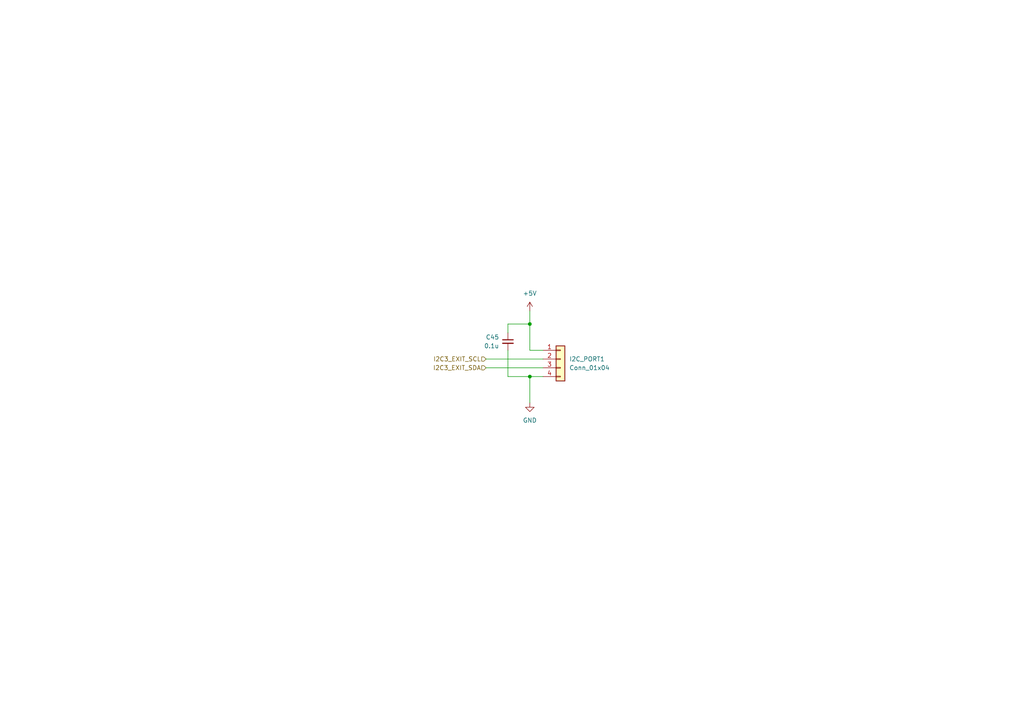
<source format=kicad_sch>
(kicad_sch (version 20231120) (generator "eeschema") (generator_version "8.0")
  (paper "A4")
  (lib_symbols
    (symbol "Connector_Generic:Conn_01x04" (pin_names (offset 1.016) hide)
      (property "Reference" "J" (at 0 5.08 0))
      (property "Value" "Conn_01x04" (at 0 -7.62 0))
      (symbol "Conn_01x04_1_1"
        (rectangle (start -1.27 -4.953) (end 0 -5.207) (stroke (width 0.1524)))
        (rectangle (start -1.27 -2.413) (end 0 -2.667) (stroke (width 0.1524)))
        (rectangle (start -1.27 0.127) (end 0 -0.127) (stroke (width 0.1524)))
        (rectangle (start -1.27 2.667) (end 0 2.413) (stroke (width 0.1524)))
        (rectangle (start -1.27 3.81) (end 1.27 -6.35) (stroke (width 0.254)) (fill (type background)))
        (pin passive line (at -5.08 2.54 0) (length 3.81) (name "Pin_1") (number "1"))
        (pin passive line (at -5.08 0 0) (length 3.81) (name "Pin_2") (number "2"))
        (pin passive line (at -5.08 -2.54 0) (length 3.81) (name "Pin_3") (number "3"))
        (pin passive line (at -5.08 -5.08 0) (length 3.81) (name "Pin_4") (number "4"))
      )
    )
    (symbol "Device:C_Small" (pin_numbers hide) (pin_names (offset 0.254) hide)
      (property "Reference" "C" (at 0.254 1.778 0))
      (property "Value" "C_Small" (at 0.254 -2.032 0))
      (symbol "C_Small_0_1"
        (polyline (pts (xy -1.524 -0.508) (xy 1.524 -0.508)) (stroke (width 0.3302)))
        (polyline (pts (xy -1.524 0.508) (xy 1.524 0.508)) (stroke (width 0.3048)))
      )
      (symbol "C_Small_1_1"
        (pin passive line (at 0 2.54 270) (length 2.032) (name "~") (number "1"))
        (pin passive line (at 0 -2.54 90) (length 2.032) (name "~") (number "2"))
      )
    )
    (symbol "power:+5V" (power) (pin_numbers hide) (pin_names (offset 0) hide)
      (property "Value" "+5V" (at 0 3.556 0))
      (symbol "+5V_0_1"
        (polyline (pts (xy -0.762 1.27) (xy 0 2.54)))
        (polyline (pts (xy 0 0) (xy 0 2.54)))
        (polyline (pts (xy 0 2.54) (xy 0.762 1.27)))
      )
      (symbol "+5V_1_1"
        (pin power_in line (at 0 0 90) (length 0) (name "~") (number "1"))
      )
    )
    (symbol "power:GND" (power) (pin_numbers hide) (pin_names (offset 0) hide)
      (property "Value" "GND" (at 0 -3.81 0))
      (symbol "GND_0_1"
        (polyline (pts (xy 0 0) (xy 0 -1.27) (xy 1.27 -1.27) (xy 0 -2.54) (xy -1.27 -1.27) (xy 0 -1.27)))
      )
      (symbol "GND_1_1"
        (pin power_in line (at 0 0 270) (length 0) (name "~") (number "1"))
      )
    )
  )
  (junction (at 153.67 109.22))
  (junction (at 153.67 93.98))
  (wire (pts (xy 140.97 106.68) (xy 157.48 106.68)))
  (wire (pts (xy 140.97 104.14) (xy 157.48 104.14)))
  (wire (pts (xy 147.32 109.22) (xy 153.67 109.22)))
  (wire (pts (xy 147.32 101.6) (xy 147.32 109.22)))
  (wire (pts (xy 153.67 101.6) (xy 153.67 93.98)))
  (wire (pts (xy 157.48 101.6) (xy 153.67 101.6)))
  (wire (pts (xy 153.67 109.22) (xy 157.48 109.22)))
  (wire (pts (xy 153.67 90.17) (xy 153.67 93.98)))
  (wire (pts (xy 147.32 96.52) (xy 147.32 93.98)))
  (wire (pts (xy 147.32 93.98) (xy 153.67 93.98)))
  (wire (pts (xy 153.67 109.22) (xy 153.67 116.84)))
  (hierarchical_label "I2C3_EXIT_SCL" (shape input) (at 140.97 104.14 180))
  (hierarchical_label "I2C3_EXIT_SDA" (shape input) (at 140.97 106.68 180))
  (symbol (lib_id "power:+5V") (at 153.67 90.17 0) (unit 1)
    (property "Reference" "#PWR0100" (effects (hide yes)))
    (property "Value" "+5V" (at 153.67 85.09 0))
    (property "Description" "Power symbol creates a global label with name \"+5V\"" (effects (hide yes)))
  )
  (symbol (lib_id "power:GND") (at 153.67 116.84 0) (unit 1)
    (property "Reference" "#PWR0101" (effects (hide yes)))
    (property "Value" "GND" (at 153.67 121.92 0))
    (property "Description" "Power symbol creates a global label with name \"GND\" , ground" (effects (hide yes)))
  )
  (symbol (lib_id "Connector_Generic:Conn_01x04") (at 162.56 104.14 0) (unit 1)
    (property "Reference" "I2C_PORT1" (at 165.1 104.1399 0) (effects (justify left)))
    (property "Value" "Conn_01x04" (at 165.1 106.6799 0) (effects (justify left)))
    (property "Footprint" "Connector_JST:JST_GH_BM04B-GHS-TBT_1x04-1MP_P1.25mm_Vertical" (effects (hide yes)))
    (property "Description" "Generic connector, single row, 01x04, script generated (kicad-library-utils/schlib/autogen/connector/)" (effects (hide yes)))
  )
  (symbol (lib_id "Device:C_Small") (at 147.32 99.06 0) (unit 1)
    (property "Reference" "C45" (at 144.78 97.7962 0) (effects (justify right)))
    (property "Value" "0.1u" (at 144.78 100.3362 0) (effects (justify right)))
    (property "Footprint" "Capacitor_SMD:C_0402_1005Metric_Pad0.74x0.62mm_HandSolder" (effects (hide yes)))
    (property "Description" "Unpolarized capacitor, small symbol" (effects (hide yes)))
  )
)
</source>
